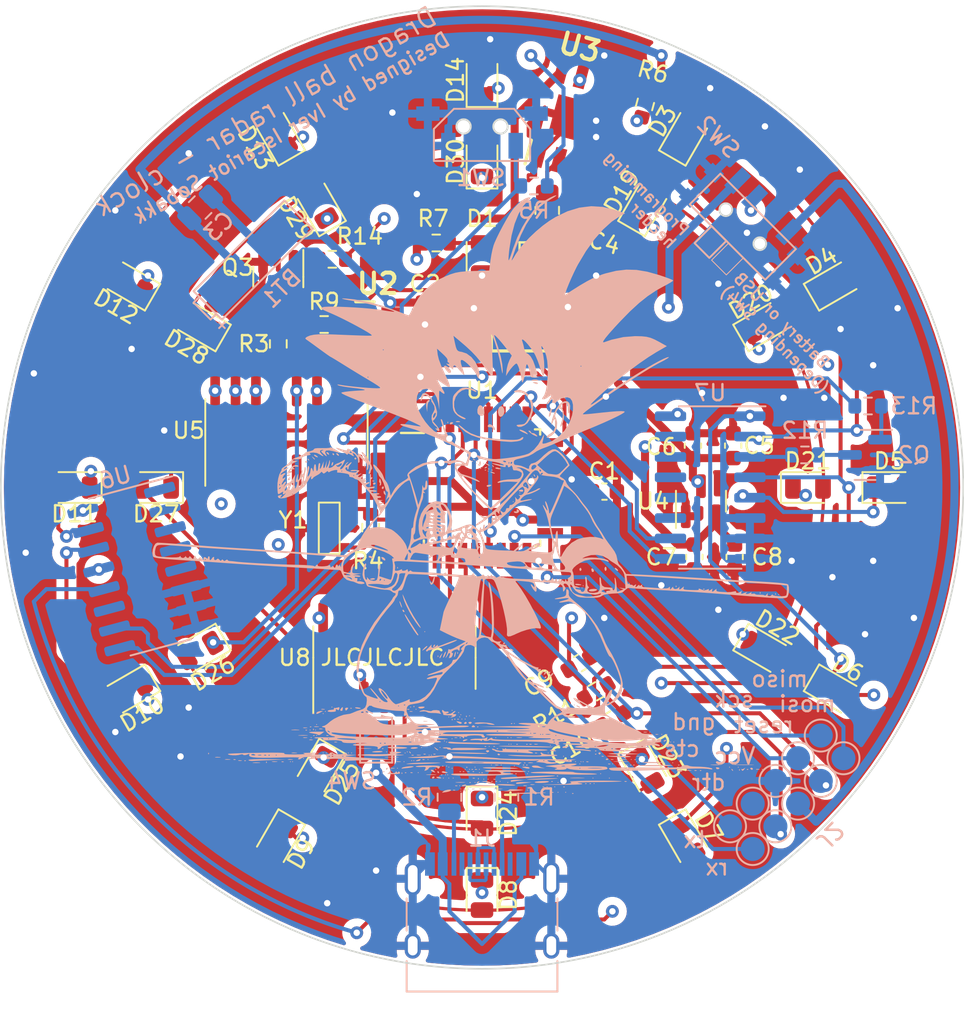
<source format=kicad_pcb>
(kicad_pcb (version 20221018) (generator pcbnew)
  (layers (0 "F.Cu" signal) (1 "In1.Cu" signal) (2 "In2.Cu" signal) (31 "B.Cu" signal) (34 "B.Paste" user) (35 "F.Paste" user) (36 "B.SilkS" user "B.Silkscreen") (37 "F.SilkS" user "F.Silkscreen") (38 "B.Mask" user) (39 "F.Mask" user) (44 "Edge.Cuts" user))
  (net 0 "")
  (net 1 "BAT+")
  (net 2 "-BATT")
  (net 3 "GND")
  (net 4 "Net-(U1-AREF)")
  (net 5 "Net-(U2-VCC)")
  (net 6 "5V")
  (net 7 "VCC")
  (net 8 "DTR")
  (net 9 "RESET")
  (net 10 "Net-(D1-K)")
  (net 11 "Net-(D1-A)")
  (net 13 "VCC_bat")
  (net 14 "Net-(D11-K)")
  (net 15 "Net-(D3-A)")
  (net 16 "Net-(D12-K)")
  (net 17 "Net-(D13-K)")
  (net 18 "Net-(D10-K)")
  (net 19 "Net-(D10-A)")
  (net 20 "Net-(D11-A)")
  (net 21 "Net-(D19-K)")
  (net 22 "Net-(D19-A)")
  (net 23 "Net-(D20-K)")
  (net 24 "Net-(D21-K)")
  (net 25 "Net-(D22-K)")
  (net 26 "Net-(D23-A)")
  (net 27 "Net-(D27-A)")
  (net 28 "Net-(J1-CC1)")
  (net 29 "D+")
  (net 30 "D-")
  (net 32 "Net-(J1-CC2)")
  (net 34 "RX")
  (net 35 "TX")
  (net 36 "CTS")
  (net 37 "VCC_prog")
  (net 38 "SCK")
  (net 39 "MOSI")
  (net 40 "MISO")
  (net 41 "Net-(Q1-D12_1)")
  (net 42 "Net-(Q1-G1)")
  (net 43 "Net-(Q1-G2)")
  (net 44 "Net-(Q2-B)")
  (net 45 "Net-(Q2-C)")
  (net 46 "Net-(Q3-B)")
  (net 47 "Net-(Q3-C)")
  (net 48 "Net-(U5-X)")
  (net 49 "Net-(U1-XTAL1{slash}PB6)")
  (net 50 "Net-(U1-XTAL2{slash}PB7)")
  (net 51 "BUT_3")
  (net 52 "Net-(U2-CS)")
  (net 53 "Net-(U3-PROG2)")
  (net 54 "Net-(U7-Y)")
  (net 55 "LED_PWM")
  (net 58 "G")
  (net 59 "H")
  (net 64 "A")
  (net 65 "B")
  (net 66 "C")
  (net 67 "D")
  (net 68 "E")
  (net 69 "F")
  (footprint "LED_SMD:LED_0805_2012Metric" (layer "F.Cu") (at 84.002364 116.84 150)
    (fp_text reference "D28")
    (fp_text value "LED")
  )
  (footprint "Capacitor_SMD:C_0603_1608Metric" (layer "F.Cu") (at 107.696 137.940236 30)
    (fp_text reference "C9")
    (fp_text value "0.1uF")
  )
  (footprint "TP4056:SOIC127P600X175-9N" (layer "F.Cu") (at 107.696 104.14 75)
    (fp_text reference "U3")
    (fp_text value "TP4056" hide)
  )
  (footprint "Resistor_SMD:R_0603_1608Metric" (layer "F.Cu") (at 94.658224 129.497989 -90)
    (fp_text reference "R4")
    (fp_text value "1M")
  )
  (footprint "LED_SMD:LED_0805_2012Metric" (layer "F.Cu") (at 76.2 127 180)
    (fp_text reference "D11")
    (fp_text value "LED")
  )
  (footprint "LED_SMD:LED_0805_2012Metric" (layer "F.Cu") (at 79.602955 114.3 150)
    (fp_text reference "D12")
    (fp_text value "LED")
  )
  (footprint "LED_SMD:LED_0805_2012Metric" (layer "F.Cu") (at 111.76 144.597636 -60)
    (fp_text reference "D23")
    (fp_text value "LED")
  )
  (footprint "LED_SMD:LED_0805_2012Metric" (layer "F.Cu") (at 84.002364 137.16 -150)
    (fp_text reference "D26")
    (fp_text value "LED")
  )
  (footprint "LED_SMD:LED_0805_2012Metric" (layer "F.Cu") (at 111.76 109.402364 60)
    (fp_text reference "D19")
    (fp_text value "LED")
  )
  (footprint "Capacitor_SMD:C_0603_1608Metric" (layer "F.Cu") (at 108.003415 109.968593 -105)
    (fp_text reference "C4")
    (fp_text value "100nF")
  )
  (footprint "LED_SMD:LED_0805_2012Metric" (layer "F.Cu") (at 101.6 152.4 -90)
    (fp_text reference "D8")
    (fp_text value "LED")
  )
  (footprint "LED_SMD:LED_0805_2012Metric" (layer "F.Cu") (at 101.6 101.6 90)
    (fp_text reference "D14")
    (fp_text value "LED")
  )
  (footprint "LED_SMD:LED_0805_2012Metric" (layer "F.Cu") (at 91.44 144.597636 -120)
    (fp_text reference "D25")
    (fp_text value "LED")
  )
  (footprint "fish_watch:3213 crystal" (layer "F.Cu") (at 92.075 129.54 90)
    (fp_text reference "Y1")
    (fp_text value "Crystal_GND3_Small")
  )
  (footprint "LED_SMD:LED_0805_2012Metric" (layer "F.Cu") (at 79.602955 139.7 -150)
    (fp_text reference "D10")
    (fp_text value "LED")
  )
  (footprint "Resistor_SMD:R_0603_1608Metric" (layer "F.Cu") (at 108.712 139.7 30)
    (fp_text reference "R11")
    (fp_text value "10K")
  )
  (footprint "Package_QFP:TQFP-32_7x7mm_P0.8mm" (layer "F.Cu") (at 101.6 127)
    (fp_text reference "U1")
    (fp_text value "ATmega328PB-A")
  )
  (footprint "Capacitor_SMD:C_0603_1608Metric" (layer "F.Cu") (at 114.838 131.331 90)
    (fp_text reference "C7")
    (fp_text value "0.1uF")
  )
  (footprint "LED_SMD:LED_0805_2012Metric" (layer "F.Cu") (at 123.597045 114.3 30)
    (fp_text reference "D4")
    (fp_text value "LED")
  )
  (footprint "LED_SMD:LED_0805_2012Metric" (layer "F.Cu") (at 88.9 105.002955 120)
    (fp_text reference "D13")
    (fp_text value "LED")
  )
  (footprint "Package_TO_SOT_SMD:SOT-23" (layer "F.Cu") (at 115.25 127.8535 90)
    (fp_text reference "U4")
    (fp_text value "XC6206PxxxMR")
  )
  (footprint "Package_SO:SOIC-16_3.9x9.9mm_P1.27mm" (layer "F.Cu") (at 96.139 137.603 90)
    (fp_text reference "U8")
    (fp_text value "4052")
  )
  (footprint "Resistor_SMD:R_0603_1608Metric" (layer "F.Cu") (at 92.265 112.776)
    (fp_text reference "R14")
    (fp_text value "1K")
  )
  (footprint "DW01A:SOT95P190X145-6N" (layer "F.Cu") (at 95.102 117.023)
    (fp_text reference "U2")
    (fp_text value "DW01A-G" hide)
  )
  (footprint "LED_SMD:LED_0805_2012Metric" (layer "F.Cu") (at 114.3 105.002955 60)
    (fp_text reference "D3")
    (fp_text value "LED")
  )
  (footprint "Package_SO:SOIC-16_3.9x9.9mm_P1.27mm" (layer "F.Cu") (at 89.408 123.444 90)
    (fp_text reference "U5")
    (fp_text value "4052")
  )
  (footprint "LED_SMD:LED_0805_2012Metric" (layer "F.Cu") (at 119.197636 137.16 -30)
    (fp_text reference "D22")
    (fp_text value "LED")
  )
  (footprint "Capacitor_SMD:C_0603_1608Metric" (layer "F.Cu") (at 109.233 127.254 180)
    (fp_text reference "C1")
    (fp_text value "0.1uF")
  )
  (footprint "LED_SMD:LED_0805_2012Metric" (layer "F.Cu") (at 91.44 109.402364 120)
    (fp_text reference "D29")
    (fp_text value "LED")
  )
  (footprint "FS8205A:SOP65P640X120-8N" (layer "F.Cu") (at 104.03 117.023)
    (fp_text reference "Q1")
    (fp_text value "FS8205A" hide)
  )
  (footprint "Resistor_SMD:R_0603_1608Metric" (layer "F.Cu") (at 91.757 116.84)
    (fp_text reference "R9")
    (fp_text value "1k")
  )
  (footprint "LED_SMD:LED_0805_2012Metric" (layer "F.Cu") (at 119.197636 116.84 30)
    (fp_text reference "D20")
    (fp_text value "LED")
  )
  (footprint "Capacitor_SMD:C_0603_1608Metric" (layer "F.Cu") (at 97.934 116.248 90)
    (fp_text reference "C2")
    (fp_text value "100nF")
  )
  (footprint "Capacitor_SMD:C_0603_1608Metric" (layer "F.Cu") (at 117.256112 124.392346 -90)
    (fp_text reference "C5")
    (fp_text value "0.1uF")
  )
  (footprint "LED_SMD:LED_0805_2012Metric" (layer "F.Cu") (at 101.6 112.6975 90)
    (fp_text reference "D1")
    (fp_text value "LED")
  )
  (footprint "Capacitor_SMD:C_0603_1608Metric" (layer "F.Cu") (at 109.728 141.459764 30)
    (fp_text reference "C10")
    (fp_text value "0.1uF")
  )
  (footprint "LED_SMD:LED_0805_2012Metric" (layer "F.Cu") (at 101.6 147.32 -90)
    (fp_text reference "D24")
    (fp_text value "LED")
  )
  (footprint "Capacitor_SMD:C_0603_1608Metric" (layer "F.Cu") (at 114.746112 124.392346 -90)
    (fp_text reference "C6")
    (fp_text value "1uF")
  )
  (footprint "LED_SMD:LED_0805_2012Metric" (layer "F.Cu") (at 88.9 148.997045 -120)
    (fp_text reference "D9")
    (fp_text value "LED")
  )
  (footprint "LED_SMD:LED_0805_2012Metric" (layer "F.Cu") (at 101.6 106.68 90)
    (fp_text reference "D30")
    (fp_text value "LED")
  )
  (footprint "Resistor_SMD:R_0603_1608Metric" (layer "F.Cu") (at 88.9 118.047 90)
    (fp_text reference "R3")
    (fp_text value "100")
  )
  (footprint "LED_SMD:LED_0805_2012Metric" (layer "F.Cu") (at 121.92 127)
    (fp_text reference "D21")
    (fp_text value "LED")
  )
  (footprint "LED_SMD:LED_0805_2012Metric" (layer "F.Cu") (at 127 127)
    (fp_text reference "D5")
    (fp_text value "LED")
  )
  (footprint "Capacitor_SMD:C_0603_1608Metric" (layer "F.Cu") (at 117.348 131.331 90)
    (fp_text reference "C8")
    (fp_text value "1uF")
  )
  (footprint "transistorer:MMBT2222A" (layer "F.Cu") (at 88.9 113.8705 -90)
    (fp_text reference "Q3")
    (fp_text value "PN2222A")
  )
  (footprint "LED_SMD:LED_0805_2012Metric" (layer "F.Cu") (at 81.28 127 180)
    (fp_text reference "D27")
    (fp_text value "LED")
  )
  (footprint "Resistor_SMD:R_0603_1608Metric" (layer "F.Cu") (at 111.76 103.124 75)
    (fp_text reference "R6")
    (fp_text value "100")
  )
  (footprint "LED_SMD:LED_0805_2012Metric" (layer "F.Cu") (at 123.597045 139.7 -30)
    (fp_text reference "D6")
    (fp_text value "LED")
  )
  (footprint "LED_SMD:LED_0805_2012Metric" (layer "F.Cu") (at 114.3 148.997045 -60)
    (fp_text reference "D7")
    (fp_text value "LED")
  )
  (footprint "Resistor_SMD:R_0805_2012Metric_Pad1.20x1.40mm_HandSolder" (layer "F.Cu") (at 105.664 109.728 90)
    (fp_text reference "R10")
    (fp_text value "1k")
  )
  (footprint "Resistor_SMD:R_0603_1608Metric" (layer "F.Cu") (at 98.743 111.76)
    (fp_text reference "R7")
    (fp_text value "1k")
  )
  (footprint "fish_watch:MSK-12C02" (layer "B.Cu") (at 117.856 110.744 -45)
    (fp_text reference "SW2")
    (fp_text value "SW_SPDT")
    (fp_circle (center -1.5 0) (end -1.1 0) (stroke (width 0.12)) (fill none) (layer "Edge.Cuts"))
    (fp_circle (center 1.5 0) (end 1.9 0) (stroke (width 0.12)) (fill none) (layer "Edge.Cuts"))
  )
  (footprint "Resistor_SMD:R_0603_1608Metric" (layer "B.Cu") (at 121.729 124.968)
    (fp_text reference "R12")
    (fp_text value "100")
  )
  (footprint "Connector_USB:USB_C_Receptacle_HRO_TYPE-C-31-M-12" (layer "B.Cu") (at 101.6 154.514 180)
    (fp_text reference "J1")
    (fp_text value "USB_C_Receptacle")
  )
  (footprint "fish_watch:battery pad" (layer "B.Cu") (at 87.33134 112.82066 45)
    (fp_text reference "BT1")
    (fp_text value "Battery_Cell")
  )
  (footprint "Package_SO:SOIC-16_3.9x9.9mm_P1.27mm" (layer "B.Cu") (at 80.264 132.08 -165)
    (fp_text reference "U6")
    (fp_text value "4052")
  )
  (footprint "fish_watch:side button" (layer "B.Cu") (at 101.6 104.648)
    (fp_text reference "SW1")
    (fp_text value "SW_Push")
    (fp_circle (center -1.15 -0.15) (end -0.7 -0.15) (stroke (width 0.12)) (fill none) (layer "Edge.Cuts"))
    (fp_circle (center 1.15 -0.15) (end 1.6 -0.15) (stroke (width 0.12)) (fill none) (layer "Edge.Cuts"))
  )
  (footprint "Jumper:SolderJumper-2_P1.3mm_Open_TrianglePad1.0x1.5mm" (layer "B.Cu") (at 94.996 142.748 90)
    (fp_text reference "SW4")
    (fp_text value "SW_MEC_5G")
  )
  (footprint "Resistor_SMD:R_0805_2012Metric" (layer "B.Cu") (at 103.124 146.304 -90)
    (fp_text reference "R1")
    (fp_text value "5.1K")
  )
  (footprint "Capacitor_SMD:C_0805_2012Metric" (layer "B.Cu") (at 84.026308 109.549373 45)
    (fp_text reference "C3")
    (fp_text value "10uF")
  )
  (footprint "Resistor_SMD:R_0603_1608Metric" (layer "B.Cu") (at 104.839 108.204 180)
    (fp_text reference "R5")
    (fp_text value "2K")
  )
  (footprint "transistorer:MMBT2222A" (layer "B.Cu") (at 125.476 124.968 180)
    (fp_text reference "Q2")
    (fp_text value "PN2222A")
  )
  (footprint "Resistor_SMD:R_0805_2012Metric" (layer "B.Cu") (at 99.568 146.304 -90)
    (fp_text reference "R2")
    (fp_text value "5.1K")
  )
  (footprint "LOGO" (layer "B.Cu") (at 100.584 127.508 180)
    (fp_text reference "G***" hide)
    (fp_text value "LOGO" hide)
  )
  (footprint "Resistor_SMD:R_0603_1608Metric" (layer "B.Cu") (at 125.667 121.92 180)
    (fp_text reference "R13")
    (fp_text value "1K")
  )
  (footprint "Package_SO:SOIC-16_3.9x9.9mm_P1.27mm" (layer "B.Cu") (at 115.824 127 180)
    (fp_text reference "U7")
    (fp_text value "4052")
  )
  (footprint "fish_watch:solder-pad-10-2mm" (layer "B.Cu") (at 120.595107 145.995107 45)
    (fp_text reference "J2")
    (fp_text value "Conn_01x10_Female")
  )
  (gr_circle (center 101.6 127) (end 131.6 127) (stroke (width 0.1)) (fill none) (layer "Edge.Cuts"))
  (gr_text "tx" (at 115.640545 149.541138) (layer "B.SilkS") (effects (font (size 1 1)) (justify left bottom mirror)))
  (gr_text "sck" (at 118.639688 140.787391) (layer "B.SilkS") (effects (font (size 1 1)) (justify left bottom mirror)))
  (gr_text "dtr" (at 116.877692 145.960912) (layer "B.SilkS") (effects (font (size 1 1)) (justify left bottom mirror)))
  (gr_text "Dragon ball radar - clock" (at 99.06 98.044 30) (layer "B.SilkS") (effects (font (size 1.2 1.2)) (justify left bottom mirror)))
  (gr_text "gnd" (at 116.259118 142.193239) (layer "B.SilkS") (effects (font (size 1 1)) (justify left bottom mirror)))
  (gr_text "Programming\nheader" (at 113.284 112.268 315) (layer "B.SilkS") (effects (font (size 0.7 0.7) (thickness 0.125) bold) (justify left bottom mirror)))
  (gr_text "rx" (at 117.065138 151.2469) (layer "B.SilkS") (effects (font (size 1 1)) (justify left bottom mirror)))
  (gr_text "reset" (at 121.132725 142.380686) (layer "B.SilkS") (effects (font (size 1 1)) (justify left bottom mirror)))
  (gr_text "Battery or USB\n(Depending SW4)" (at 116.332 114.808 315) (layer "B.SilkS") (effects (font (size 0.7 0.7) (thickness 0.125) bold) (justify right bottom mirror)))
  (gr_text "cts" (at 115.265653 143.861512) (layer "B.SilkS") (effects (font (size 1 1)) (justify left bottom mirror)))
  (gr_text "mosi" (at 123.73823 141.068561) (layer "B.SilkS") (effects (font (size 1 1)) (justify left bottom mirror)))
  (gr_text "miso\n" (at 122.013723 139.512756) (layer "B.SilkS") (effects (font (size 1 1)) (justify left bottom mirror)))
  (gr_text "Designed by Iver Iscariot Søbakk" (at 99.822 99.363823 30) (layer "B.SilkS") (effects (font (size 0.9 0.9)) (justify left bottom mirror)))
  (gr_text "Vcc" (at 118.733411 144.311384) (layer "B.SilkS") (effects (font (size 1 1)) (justify left bottom mirror)))
  (gr_text "JLCJLCJLC" (at 91.44 138.176) (layer "F.SilkS") (effects (font (size 1 1)) (justify left bottom)))
  (segment (start 114.746112 125.167346) (end 114.746112 126.412112) (width 0.5) (layer "F.Cu") (net 1))
  (segment (start 111.659874 102.013459) (end 111.973526 102.327111) (width 0.5) (layer "F.Cu") (net 1))
  (segment (start 112.776 101.524637) (end 112.776 100.076) (width 0.5) (layer "F.Cu") (net 1))
  (segment (start 110.238006 102.013459) (end 111.659874 102.013459) (width 0.5) (layer "F.Cu") (net 1))
  (segment (start 111.973526 102.327111) (end 112.776 101.524637) (width 0.5) (layer "F.Cu") (net 1))
  (segment (start 111.973526 102.327111) (end 112.516041 102.869626) (width 0.5) (layer "F.Cu") (net 1))
  (segment (start 117.256112 125.167346) (end 114.746112 125.167346) (width 0.5) (layer "F.Cu") (net 1))
  (segment (start 114.746112 126.412112) (end 115.25 126.916) (width 0.5) (layer "F.Cu") (net 1))
  (segment (start 112.516041 104.907959) (end 110.077852 107.346148) (width 0.5) (layer "F.Cu") (net 1))
  (segment (start 110.077852 107.346148) (end 110.077852 120.499086) (width 0.5) (layer "F.Cu") (net 1))
  (segment (start 110.077852 120.499086) (end 114.746112 125.167346) (width 0.5) (layer "F.Cu") (net 1))
  (segment (start 112.516041 102.869626) (end 112.516041 104.907959) (width 0.5) (layer "F.Cu") (net 1))
  (via (at 112.776 100.076) (size 0.8) (drill 0.4) (layers "F.Cu" "B.Cu") (net 1))
  (via (at 98.044 142.24) (size 0.8) (drill 0.4) (layers "F.Cu" "B.Cu") (net 1))
  (via (at 115.044652 126.628853) (size 0.8) (drill 0.4) (layers "F.Cu" "B.Cu") (net 1))
  (segment (start 94.996 142.023) (end 97.827 142.023) (width 0.5) (layer "B.Cu") (net 1))
  (segment (start 97.827 142.023) (end 98.044 142.24) (width 0.5) (layer "B.Cu") (net 1))
  (segment (start 80.308509 107.188) (end 84.167745 111.047236) (width 0.5) (layer "B.Cu") (net 1))
  (segment (start 80.264 107.188) (end 80.308509 107.188) (width 0.25) (layer "B.Cu") (net 1))
  (segment (start 84.167745 111.047236) (end 86.27068 113.150171) (width 0.5) (layer "B.Cu") (net 1))
  (segment (start 86.27068 113.150171) (end 86.27068 113.88132) (width 0.25) (layer "B.Cu") (net 1))
  (arc (start 80.238036 107.163891) (mid 95.395323 98.516554) (end 112.776 100.076001) (width 0.5) (layer "B.Cu") (net 1))
  (segment (start 101.092 117.348) (end 100.584 117.348) (width 0.25) (layer "F.Cu") (net 2))
  (segment (start 101.092 116.84) (end 101.092 116.698) (width 0.25) (layer "F.Cu") (net 2))
  (segment (start 98.552 115.473) (end 98.709 115.473) (width 0.4) (layer "F.Cu") (net 2))
  (segment (start 101.092 117.348) (end 101.6 117.348) (width 0.25) (layer "F.Cu") (net 2))
  (segment (start 100.584 117.206) (end 101.092 116.698) (width 0.25) (layer "F.Cu") (net 2))
  (segment (start 98.709 115.473) (end 99.934 116.698) (width 0.4) (layer "F.Cu") (net 2))
  (segment (start 98.552 115.473) (end 97.934 115.473) (width 0.4) (layer "F.Cu") (net 2))
  (segment (start 95.871861 115.481438) (end 95.871861 116.042861) (width 0.5) (layer "F.Cu") (net 2))
  (segment (start 95.871861 115.481438) (end 96.493562 115.481438) (width 0.5) (layer "F.Cu") (net 2))
  (segment (start 101.6 117.348) (end 101.092 116.84) (width 0.25) (layer "F.Cu") (net 2))
  (segment (start 100.584 117.348) (end 100.584 117.206) (width 0.25) (layer "F.Cu") (net 2))
  (segment (start 95.871861 115.481438) (end 95.902 115.511577) (width 0.5) (layer "F.Cu") (net 2))
  (segment (start 96.502 115.473) (end 97.934 115.473) (width 0.5) (layer "F.Cu") (net 2))
  (segment (start 99.934 116.698) (end 101.092 116.698) (width 0.4) (layer "F.Cu") (net 2))
  (segment (start 95.871861 116.042861) (end 95.902 116.073) (width 0.5) (layer "F.Cu") (net 2))
  (segment (start 101.092 117.348) (end 101.092 116.698) (width 0.25) (layer "F.Cu") (net 2))
  (segment (start 96.493562 115.481438) (end 96.502 115.473) (width 0.5) (layer "F.Cu") (net 2))
  (segment (start 95.902 115.511577) (end 95.902 116.073) (width 0.5) (layer "F.Cu") (net 2))
  (via (at 95.871861 115.481438) (size 0.8) (drill 0.4) (layers "F.Cu" "B.Cu") (net 2))
  (segment (start 91.682351 111.291928) (end 88.868942 111.291928) (width 0.5) (layer "B.Cu") (net 2))
  (segment (start 95.871861 115.481438) (end 91.682351 111.291928) (width 0.5) (layer "B.Cu") (net 2))
  (segment (start 84.863761 109.056249) (end 85.693756 109.886244) (width 0.5) (layer "B.Cu") (net 2))
  (segment (start 84.491751 109.056249) (end 84.863761 109.056249) (width 0.5) (layer "B.Cu") (net 2))
  (segment (start 85.693756 109.886244) (end 87.567513 111.76) (width 0.5) (layer "B.Cu") (net 2))
  (segment (start 87.567513 111.76) (end 88.392 111.76) (width 0.25) (layer "B.Cu") (net 2))
  (segment (start 111.701594 122.936) (end 110.236 122.936) (width 0.25) (layer "F.Cu") (net 3))
  (segment (start 96.205631 127.4) (end 96.202706 127.397075) (width 0.25) (layer "F.Cu") (net 3))
  (segment (start 114.3 127.508) (end 113.284 126.492) (width 0.25) (layer "F.Cu") (net 3))
  (segment (start 105.664 116.84) (end 105.664 117.348) (width 0.25) (layer "F.Cu") (net 3))
  (segment (start 108.57 116.698) (end 108.712 116.84) (width 0.25) (layer "F.Cu") (net 3))
  (segment (start 107.80283 110.717186) (end 107.80283 110.34283) (width 0.25) (layer "F.Cu") (net 3))
  (segment (start 112.238797 123.473203) (end 111.701594 122.936) (width 0.25) (layer "F.Cu") (net 3))
  (segment (start 108.204 117.348) (end 106.968 117.348) (width 0.25) (layer "F.Cu") (net 3))
  (segment (start 113.284 125.984) (end 113.284 124.518406) (width 0.25) (layer "F.Cu") (net 3))
  (segment (start 112.209594 123.444) (end 111.252 123.444) (width 0.25) (layer "F.Cu") (net 3))
  (segment (start 107.80283 110.34283) (end 106.81872 109.35872) (width 0.25) (layer "F.Cu") (net 3))
  (segment (start 112.238797 123.473203) (end 112.209594 123.444) (width 0.25) (layer "F.Cu") (net 3))
  (segment (start 107.607446 106.923941) (end 107.607446 104.228554) (width 0.25) (layer "F.Cu") (net 3))
  (segment (start 105.664 117.348) (end 106.968 117.348) (width 0.25) (layer "F.Cu") (net 3))
  (segment (start 117.256112 123.617346) (end 115.997346 123.617346) (width 0.25) (layer "F.Cu") (net 3))
  (segment (start 107.306785 126.492) (end 107.273686 126.525099) (width 0.25) (layer "F.Cu") (net 3))
  (segment (start 115.997346 123.617346) (end 115.824 123.444) (width 0.25) (layer "F.Cu") (net 3))
  (segment (start 115.650654 123.617346) (end 115.824 123.444) (width 0.25) (layer "F.Cu") (net 3))
  (segment (start 96.086971 125.8) (end 96.078138 125.808833) (width 0.25) (layer "F.Cu") (net 3))
  (segment (start 114.746112 123.617346) (end 115.650654 123.617346) (width 0.25) (layer "F.Cu") (net 3))
  (segment (start 97.35 125.8) (end 97.225 125.8) (width 0.25) (layer "F.Cu") (net 3))
  (segment (start 115.824 123.444) (end 115.824 121.616613) (width 0.25) (layer "F.Cu") (net 3))
  (segment (start 106.968 116.698) (end 108.57 116.698) (width 0.25) (layer "F.Cu") (net 3))
  (segment (start 107.607446 104.228554) (end 107.696 104.14) (width 0.25) (layer "F.Cu") (net 3))
  (segment (start 115.824 121.616613) (end 115.315999 121.108612) (width 0.25) (layer "F.Cu") (net 3))
  (segment (start 105.664 110.728) (end 105.664 110.51344) (width 0.25) (layer "F.Cu") (net 3))
  (segment (start 114.3 128.791) (end 114.3 127.508) (width 0.25) (layer "F.Cu") (net 3))
  (segment (start 97.225 125.8) (end 97.155 125.73) (width 0.25) (layer "F.Cu") (net 3))
  (segment (start 97.35 125.8) (end 96.086971 125.8) (width 0.25) (layer "F.Cu") (net 3))
  (segment (start 113.284 124.518406) (end 112.238797 123.473203) (width 0.25) (layer "F.Cu") (net 3))
  (segment (start 106.81872 109.35872) (end 107.607446 108.569994) (width 0.25) (layer "F.Cu") (net 3))
  (segment (start 107.280535 104.14) (end 107.696 104.14) (width 0.25) (layer "F.Cu") (net 3))
  (segment (start 107.607446 108.569994) (end 107.607446 106.923941) (width 0.25) (layer "F.Cu") (net 3))
  (segment (start 106.968 116.698) (end 105.806 116.698) (width 0.25) (layer "F.Cu") (net 3))
  (segment (start 107.188 126.492) (end 107.306785 126.492) (width 0.25) (layer "F.Cu") (net 3))
  (segment (start 105.664 110.51344) (end 106.81872 109.35872) (width 0.25) (layer "F.Cu") (net 3))
  (segment (start 105.153994 106.266541) (end 107.280535 104.14) (width 0.25) (layer "F.Cu") (net 3))
  (segment (start 108.712 116.84) (end 108.204 117.348) (width 0.25) (layer "F.Cu") (net 3))
  (segment (start 107.198785 126.6) (end 107.188 126.610785) (width 0.25) (layer "F.Cu") (net 3))
  (segment (start 113.284 126.492) (end 113.284 125.984) (width 0.25) (layer "F.Cu") (net 3))
  (segment (start 105.85 126.6) (end 104.59252 126.6) (width 0.25) (layer "F.Cu") (net 3))
  (segment (start 104.59252 126.6) (end 104.470906 126.478386) (width 0.25) (layer "F.Cu") (net 3))
  (segment (start 97.35 127.4) (end 96.205631 127.4) (width 0.25) (layer "F.Cu") (net 3))
  (segment (start 107.188 126.610785) (end 107.188 126.492) (width 0.25) (layer "F.Cu") (net 3))
  (segment (start 105.806 116.698) (end 105.664 116.84) (width 0.25) (layer "F.Cu") (net 3))
  (segment (start 105.85 126.6) (end 107.198785 126.6) (width 0.25) (layer "F.Cu") (net 3))
  (via (at 128.524 135.128) (size 0.8) (drill 0.4) (layers "F.Cu" "B.Cu") (net 3))
  (via (at 112.776 133.096) (size 0.8) (drill 0.4) (layers "F.Cu" "B.Cu") (net 3))
  (via (at 123.951749 117.122364) (size 0.8) (drill 0.4) (layers "F.Cu" "B.Cu") (net 3))
  (via (at 73.66 119.888) (size 0.8) (drill 0.4) (layers "F.Cu" "B.Cu") (net 3))
  (via (at 122.936 121.412) (size 0.8) (drill 0.4) (layers "F.Cu" "B.Cu") (net 3))
  (via (at 115.824 102.108) (size 0.8) (drill 0.4) (layers "F.Cu" "B.Cu") (net 3))
  (via (at 104.668372 126.61291) (size 0.8) (drill 0.4) (layers "F.Cu" "B.Cu") (net 3))
  (via (at 109.322312 121.333159) (size 0.8) (drill 0.4) (layers "F.Cu" "B.Cu") (net 3))
  (via (at 79.756 118.364) (size 0.8) (drill 0.4) (layers "F.Cu" "B.Cu") (net 3))
  (via (at 91.948 152.908) (size 0.8) (drill 0.4) (layers "F.Cu" "B.Cu") (net 3))
  (via (at 119.236942 104.492107) (size 0.8) (drill 0.4) (layers "F.Cu" "B.Cu") (net 3))
  (via (at 97.536 108.712) (size 0.8) (drill 0.4) (layers "F.Cu" "B.Cu") (net 3))
  (via (at 78.74 109.728) (size 0.8) (drill 0.4) (layers "F.Cu" "B.Cu") (net 3))
  (via (at 81.788 123.444) (size 0.8) (drill 0.4) (layers "F.Cu" "B.Cu") (net 3))
  (via (at 120.396 121.412) (size 0.8) (drill 0.4) (layers "F.Cu" "B.Cu") (net 3))
  (via (at 108.712 113.792) (size 0.8) (drill 0.4) (layers "F.Cu" "B.Cu") (net 3))
  (via (at 108.712 105.156) (size 0.8) (drill 0.4) (layers "F.Cu" "B.Cu") (net 3))
  (via (at 107.188 126.492) (size 0.8) (drill 0.4) (layers "F.Cu" "B.Cu") (net 3))
  (via (at 127.508 115.824) (size 0.8) (drill 0.4) (layers "F.Cu" "B.Cu") (net 3))
  (via (at 99.568 143.764) (size 0.8) (drill 0.4) (layers "F.Cu" "B.Cu") (net 3))
  (via (at 120.904 131.572) (size 0.8) (drill 0.4) (layers "F.Cu" "B.Cu") (net 3))
  (via (at 106.68 145.288) (size 0.8) (drill 0.4) (layers "F.Cu" "B.Cu") (net 3))
  (via (at 83.312 106.172) (size 0.8) (drill 0.4) (layers "F.Cu" "B.Cu") (net 3))
  (via (at 94.996 150.876) (size 0.8) (drill 0.4) (layers "F.Cu" "B.Cu") (net 3))
  (via (at 108.712 104.14) (size 0.8) (drill 0.4) (layers "F.Cu" "B.Cu") (net 3))
  (via (at 121.412 107.188) (size 0.8) (drill 0.4) (layers "F.Cu" "B.Cu") (net 3))
  (via (at 73.152 131.064) (size 0.8) (drill 0.4) (layers "F.Cu" "B.Cu") (net 3))
  (via (at 83.312 140.716) (size 0.8) (drill 0.4) (layers "F.Cu" "B.Cu") (net 3))
  (via (at 82.804 143.764) (size 0.8) (drill 0.4) (layers "F.Cu" "B.Cu") (net 3))
  (via (at 109.22 135.128) (size 0.8) (drill 0.4) (layers "F.Cu" "B.Cu") (net 3))
  (via (at 96.012 103.632) (size 0.8) (drill 0.4) (layers "F.Cu" "B.Cu") (net 3))
  (via (at 102.108 99.06) (size 0.8) (drill 0.4) (layers "F.Cu" "B.Cu") (net 3))
  (via (at 125.984 119.38) (size 0.8) (drill 0.4) (layers "F.Cu" "B.Cu") (net 3))
  (via (at 118.114205 111.12489) (size 0.8) (drill 0.4) (layers "F.Cu" "B.Cu") (net 3))
  (via (at 125.984 131.572) (size 0.8) (drill 0.4) (layers "F.Cu" "B.Cu") (net 3))
  (via (at 125.476 136.144) (size 0.8) (drill 0.4) (layers "F.Cu" "B.Cu") (net 3))
  (via (at 123.444 132.588) (size 0.8) (drill 0.4) (layers "F.Cu" "B.Cu") (net 3))
  (via (at 109.22 100.076) (size 0.8) (drill 0.4) (layers "F.Cu" "B.Cu") (net 3))
  (via (at 115.315999 121.108612) (size 0.8) (drill 0.4) (layers "F.Cu" "B.Cu") (net 3))
  (via (at 116.332 134.62) (size 0.8) (drill 0.4) (layers "F.Cu" "B.Cu") (net 3))
  (via (at 78.74 142.24) (size 0.8) (drill 0.4) (layers "F.Cu" "B.Cu") (net 3))
  (via (at 116.332 114.3) (size 0.8) (drill 0.4) (layers "F.Cu" "B.Cu") (net 3))
  (segment (start 98.195 150.469) (end 97.28 151.384) (width 0.25) (layer "B.Cu") (net 3))
  (segment (start 105.005 150.469) (end 105.92 151.384) (width 0.25) (layer "B.Cu") (net 3))
  (segment (start 104.85 150.469) (end 105.005 150.469) (width 0.25) (layer "B.Cu") (net 3))
  (segment (start 98.35 150.469) (end 98.195 150.469) (width 0.25) (layer "B.Cu") (net 3))
  (segment (start 108.585 127.14) (end 108.325 127.4) (width 0.25) (layer "F.Cu") (net 4))
  (segment (start 108.325 127.4) (end 105.85 127.4) (width 0.25) (layer "F.Cu") (net 4))
  (segment (start 97.934 117.023) (end 95.902 117.023) (width 0.25) (layer "F.Cu") (net 5))
  (via (at 111.252 104.14) (size 0.8) (drill 0.4) (layers "F.Cu" "B.Cu") (net 5))
  (via (at 98.044 116.84) (size 0.8) (drill 0.4) (layers "F.Cu" "B.Cu") (net 5))
  (segment (start 108.834171 108.589829) (end 108.204 109.22) (width 0.5) (layer "F.Cu") (net 6))
  (segment (start 109.22 108.975658) (end 108.834171 108.589829) (width 0.5) (layer "F.Cu") (net 6))
  (segment (start 105.156 112.776) (end 108.204 112.776) (width 0.5) (layer "F.Cu") (net 6))
  (segment (start 103.632 103.953188) (end 106.557829 101.027359) (width 0.5) (layer "F.Cu") (net 6))
  (segment (start 99.06 110.236) (end 103.124 110.236) (width 0.5) (layer "F.Cu") (net 6))
  (segment (start 97.536 111.76) (end 99.06 110.236) (width 0.5) (layer "F.Cu") (net 6))
  (segment (start 103.632 109.728) (end 103.632 103.953188) (width 0.5) (layer "F.Cu") (net 6))
  (segment (start 97.536 112.776) (end 97.536 112.142) (width 0.25) (layer "F.Cu") (net 6))
  (segment (start 109.22 111.76) (end 109.22 108.975658) (width 0.5) (layer "F.Cu") (net 6))
  (segment (start 97.536 112.142) (end 97.918 111.76) (width 0.25) (layer "F.Cu") (net 6))
  (segment (start 108.834171 107.252641) (end 108.834171 108.589829) (width 0.5) (layer "F.Cu") (net 6))
  (segment (start 97.536 112.776) (end 97.536 111.76) (width 0.5) (layer "F.Cu") (net 6))
  (segment (start 103.632 111.252) (end 105.156 112.776) (width 0.5) (layer "F.Cu") (net 6))
  (segment (start 103.124 110.236) (end 103.632 109.728) (width 0.5) (layer "F.Cu") (net 6))
  (segment (start 103.632 109.728) (end 103.632 111.252) (width 0.5) (layer "F.Cu") (net 6))
  (segment (start 108.204 112.776) (end 109.22 111.76) (width 0.5) (layer "F.Cu") (net 6))
  (via (at 97.536 112.776) (size 0.8) (drill 0.4) (layers "F.Cu" "B.Cu") (net 6))
  (via (at 94.996 144.78) (size 0.8) (drill 0.4) (layers "F.Cu" "B.Cu") (net 6))
  (segment (start 103.632 153.416) (end 103.632 151.782051) (width 0.25) (layer "B.Cu") (net 6))
  (segment (start 99.15 151.294) (end 99.568 151.712) (width 0.25) (layer "B.Cu") (net 6))
  (segment (start 99.568 151.712) (end 99.568 153.416) (width 0.25) (layer "B.Cu") (net 6))
  (segment (start 99.15 150.469) (end 99.15 151.294) (width 0.25) (layer "B.Cu") (net 6))
  (segment (start 101.6 155.448) (end 103.632 153.416) (width 0.25) (layer "B.Cu") (net 6))
  (segment (start 94.996 144.78) (end 94.996 143.473) (width 0.5) (layer "B.Cu") (net 6))
  (segment (start 104.05 151.364051) (end 104.05 150.469) (width 0.25) (layer "B.Cu") (net 6))
  (segment (start 99.568 153.416) (end 101.6 155.448) (width 0.25) (layer "B.Cu") (net 6))
  (segment (start 103.632 151.782051) (end 104.05 151.364051) (width 0.25) (layer "B.Cu") (net 6))
  (segment (start 99.15 150.469) (end 99.15 148.934) (width 0.5) (layer "B.Cu") (net 6))
  (segment (start 99.15 148.934) (end 94.996 144.78) (width 0.5) (layer "B.Cu") (net 6))
  (segment (start 104.172 129) (end 105.85 129) (width 0.5) (layer "F.Cu") (net 7))
  (segment (start 103.696 128.524) (end 104.172 129) (width 0.5) (layer "F.Cu") (net 7))
  (segment (start 94.234 140.078) (end 94.234 138.938) (width 0.25) (layer "F.Cu") (net 7))
  (segment (start 107.02483 138.327736) (end 107.188 138.164566) (width 0.25) (layer "F.Cu") (net 7))
  (segment (start 101.6 128.524) (end 103.696 128.524) (width 0.5) (layer "F.Cu") (net 7))
  (segment (start 94.234 138.938) (end 93.98 138.684) (width 0.25) (layer "F.Cu") (net 7))
  (segment (start 104.108 129) (end 104.14 129.032) (width 0.25) (layer "F.Cu") (net 7))
  (segment (start 104.14 129.032) (end 104.172 129) (width 0.25) (layer "F.Cu") (net 7))
  (segment (start 97.35 128.2) (end 101.276 128.2) (width 0.5) (layer "F.Cu") (net 7))
  (segment (start 97.35 126.6) (end 99.676 126.6) (width 0.5) (layer "F.Cu") (net 7))
  (segment (start 107.02483 138.327736) (end 107.02483 135.29117) (width 0.25) (layer "F.Cu") (net 7))
  (segment (start 107.997529 139.300435) (end 107.02483 138.327736) (width 0.25) (layer "F.Cu") (net 7))
  (segment (start 107.997529 140.1125) (end 107.997529 139.300435) (width 0.25) (layer "F.Cu") (net 7))
  (segment (start 99.676 126.6) (end 101.6 128.524) (width 0.5) (layer "F.Cu") (net 7))
  (segment (start 107.02483 135.29117) (end 107.188 135.128) (width 0.25) (layer "F.Cu") (net 7))
  (segment (start 101.276 128.2) (end 101.6 128.524) (width 0.25) (layer "F.Cu") (net 7))
  (via (at 76.722883 128.427037) (size 0.8) (drill 0.4) (layers "F.Cu" "B.Cu") (net 7))
  (via (at 107.188 135.128) (size 0.8) (drill 0.4) (layers "F.Cu" "B.Cu") (net 7))
  (via (at 113.792 122.428) (size 0.8) (drill 0.4) (layers "F.Cu" "B.Cu") (net 7))
  (via (at 104.648 100.076) (size 0.8) (drill 0.4) (layers "F.Cu" "B.Cu") (net 7))
  (via (at 93.98 138.684) (size 0.8) (drill 0.4) (layers "F.Cu" "B.Cu") (net 7))
  (via (at 77.708983 132.107214) (size 0.8) (drill 0.4) (layers "F.Cu" "B.Cu") (net 7))
  (via (at 123.157884 119.346778) (size 0.8) (drill 0.4) (layers "F.Cu" "B.Cu") (net 7))
  (via (at 118.364 109.728) (size 0.8) (drill 0.4) (layers "F.Cu" "B.Cu") (net 7))
  (via (at 84.963 120.969) (size 0.8) (drill 0.4) (layers "F.Cu" "B.Cu") (net 7))
  (via (at 91.44 135.128) (size 0.8) (drill 0.4) (layers "F.Cu" "B.Cu") (net 7))
  (via (at 104.14 129.032) (size 0.8) (drill 0.4) (layers "F.Cu" "B.Cu") (net 7))
  (segment (start 106.68 105.664) (end 106.68 102.108) (width 0.25) (layer "B.Cu") (net 7))
  (segment (start 105.664 106.68) (end 106.68 105.664) (width 0.25) (layer "B.Cu") (net 7))
  (segment (start 106.68 102.108) (end 104.648 100.076) (width 0.25) (layer "B.Cu") (net 7))
  (segment (start 118.364 109.728) (end 118.364 109.17534) (width 0.5) (layer "B.Cu") (net 7))
  (segment (start 113.792 122.428) (end 113.349 122.555) (width 0.25) (layer "B.Cu") (net 7))
  (segment (start 105.664 108.204) (end 105.664 106.68) (width 0.25) (layer "B.Cu") (net 7))
  (segment (start 118.364 109.17534) (end 118.598462 108.940878) (width 0.25) (layer "B.Cu") (net 7))
  (segment (start 118.872 142.24) (end 109.449566 142.24) (width 0.25) (layer "F.Cu") (net 8))
  (segment (start 109.449566 142.24) (end 109.05683 141.847264) (width 0.25) (layer "F.Cu") (net 8))
  (segment (start 120.214944 148.604607) (end 120.214944 143.582944) (width 0.25) (layer "F.Cu") (net 8))
  (segment (start 120.214944 143.582944) (end 118.872 142.24) (width 0.25) (layer "F.Cu") (net 8))
  (via (at 120.214944 148.604607) (size 0.8) (drill 0.4) (layers "F.Cu" "B.Cu") (net 8))
  (segment (start 101.2 124.86) (end 101.092 124.968) (width 0.25) (layer "F.Cu") (net 9))
  (segment (start 118.918786 141.072264) (end 110.39917 141.072264) (width 0.25) (layer "F.Cu") (net 9))
  (segment (start 123.040587 145.194065) (end 118.918786 141.072264) (width 0.25) (layer "F.Cu") (net 9))
  (segment (start 101.2 122.828) (end 101.092 122.936) (width 0.25) (layer "F.Cu") (net 9))
  (segment (start 123.040587 145.564656) (end 123.040587 145.194065) (width 0.25) (layer "F.Cu") (net 9))
  (segment (start 101.2 122.75) (end 101.2 124.86) (width 0.25) (layer "F.Cu") (net 9))
  (segment (start 109.426471 140.099565) (end 110.39917 141.072264) (width 0.25) (layer "F.Cu") (net 9))
  (segment (start 101.2 122.75) (end 101.2 122.828) (width 0.25) (layer "F.Cu") (net 9))
  (segment (start 109.426471 139.2875) (end 109.426471 140.099565) (width 0.25) (layer "F.Cu") (net 9))
  (via (at 111.252 141.072264) (size 0.8) (drill 0.4) (layers "F.Cu" "B.Cu") (net 9))
  (via (at 101.092 124.968) (size 0.8) (drill 0.4) (layers "F.Cu" "B.Cu") (net 9))
  (via (at 123.040587 145.564656) (size 0.8) (drill 0.4) (layers "F.Cu" "B.Cu") (net 9))
  (segment (start 101.092 131.064) (end 101.092 124.968) (width 0.25) (layer "B.Cu") (net 9))
  (segment (start 111.252 141.072264) (end 111.100264 141.072264) (width 0.25) (layer "B.Cu") (net 9))
  (segment (start 111.100264 141.072264) (end 101.092 131.064) (width 0.25) (layer "B.Cu") (net 9))
  (via (at 107.696 101.6) (size 0.8) (drill 0.4) (layers "F.Cu" "B.Cu") (net 10))
  (via (at 101.6 113.792) (size 0.8) (drill 0.4) (layers "F.Cu" "B.Cu") (net 10))
  (segment (start 99.568 111.76) (end 101.6 111.76) (width 0.25) (layer "F.Cu") (net 11))
  (segment (start 116.2 129.194) (end 114.838 130.556) (width 0.5) (layer "F.Cu") (net 13))
  (segment (start 116.2 128.791) (end 116.2 129.408) (width 0.25) (layer "F.Cu") (net 13))
  (segment (start 111.764299 124.455701) (end 111.76 124.46) (width 0.5) (layer "F.Cu") (net 13))
  (segment (start 111.76 128.524) (end 113.792 130.556) (width 0.5) (layer "F.Cu") (net 13))
  (segment (start 116.2 128.791) (end 116.2 129.194) (width 0.25) (layer "F.Cu") (net 13))
  (segment (start 113.792 130.556) (end 114.838 130.556) (width 0.5) (layer "F.Cu") (net 13))
  (segment (start 116.2 129.408) (end 117.348 130.556) (width 0.5) (layer "F.Cu") (net 13))
  (segment (start 111.76 124.46) (end 111.76 128.524) (width 0.5) (layer "F.Cu") (net 13))
  (via (at 111.764299 124.455701) (size 0.8) (drill 0.4) (layers "F.Cu" "B.Cu") (net 13))
  (via (at 113.221107 115.765545) (size 0.8) (drill 0.4) (layers "F.Cu" "B.Cu") (net 13))
  (segment (start 117.537802 107.880218) (end 113.284 112.13402) (width 0.5) (layer "B.Cu") (net 13))
  (segment (start 113.284 112.13402) (end 113.284 115.824) (width 0.5) (layer "B.Cu") (net 13))
  (segment (start 116.84 145.176396) (end 116.84 143.256) (width 0.25) (layer "F.Cu") (net 14))
  (segment (start 112.776 139.192) (end 120.904 139.192) (width 0.25) (layer "F.Cu") (net 14))
  (segment (start 122.428 137.668) (end 122.428 135.636) (width 0.25) (layer "F.Cu") (net 14))
  (segment (start 122.428 135.636) (end 124.46 133.604) (width 0.25) (layer "F.Cu") (net 14))
  (segment (start 120.904 139.192) (end 122.428 137.668) (width 0.25) (layer "F.Cu") (net 14))
  (segment (start 113.83125 108.24325) (end 113.83125 105.814854) (width 0.25) (layer "F.Cu") (net 14))
  (segment (start 113.83125 148.185146) (end 116.84 145.176396) (width 0.25) (layer "F.Cu") (net 14))
  (segment (start 124.46 133.604) (end 124.46 127) (width 0.25) (layer "F.Cu") (net 14))
  (segment (start 123.952 118.364) (end 113.83125 108.24325) (width 0.25) (layer "F.Cu") (net 14))
  (segment (start 124.46 127) (end 123.952 126.492) (width 0.25) (layer "F.Cu") (net 14))
  (segment (start 77.216 126.9215) (end 77.1375 127) (width 0.25) (layer "F.Cu") (net 14))
  (segment (start 123.952 126.492) (end 123.952 118.364) (width 0.25) (layer "F.Cu") (net 14))
  (segment (start 77.216 125.984) (end 77.216 126.9215) (width 0.25) (layer "F.Cu") (net 14))
  (via (at 112.776 139.192) (size 0.8) (drill 0.4) (layers "F.Cu" "B.Cu") (net 14))
  (via (at 116.84 143.256) (size 0.8) (drill 0.4) (layers "F.Cu" "B.Cu") (net 14))
  (via (at 124.46 127) (size 0.8) (drill 0.4) (layers "F.Cu" "B.Cu") (net 14))
  (via (at 77.216 125.984) (size 0.8) (drill 0.4) (layers "F.Cu" "B.Cu") (net 14))
  (segment (start 118.299 126.365) (end 123.825 126.365) (width 0.25) (layer "B.Cu") (net 14))
  (segment (start 123.825 126.365) (end 124.46 127) (width 0.25) (layer "B.Cu") (net 14))
  (segment (start 102.898 154.15) (end 100.302 154.15) (width 0.25) (layer "F.Cu") (net 15))
  (segment (start 124.646126 139.931568) (end 124.408944 140.16875) (width 0.25) (layer "F.Cu") (net 15))
  (segment (start 109.22 153.924) (end 103.124 153.924) (width 0.25) (layer "F.Cu") (net 15))
  (segment (start 126.026297 139.931568) (end 124.646126 139.931568) (width 0.25) (layer "F.Cu") (net 15))
  (segment (start 100.076 153.924) (end 94.617924 153.924) (width 0.25) (layer "F.Cu") (net 15))
  (segment (start 109.728 153.416) (end 109.22 153.924) (width 0.25) (layer "F.Cu") (net 15))
  (segment (start 103.124 153.924) (end 102.898 154.15) (width 0.25) (layer "F.Cu") (net 15))
  (segment (start 94.617924 153.924) (end 93.789174 154.75275) (width 0.25) (layer "F.Cu") (net 15))
  (segment (start 100.302 154.15) (end 100.076 153.924) (width 0.25) (layer "F.Cu") (net 15))
  (via (at 126.026297 139.931568) (size 0.8) (drill 0.4) (layers "F.Cu" "B.Cu") (net 15))
  (via (at 93.789174 154.75275) (size 0.8) (drill 0.4) (layers "F.Cu" "B.Cu") (net 15))
  (via (at 109.728 153.416) (size 0.8) (drill 0.4) (layers "F.Cu" "B.Cu") (net 15))
  (arc (start 114.775946 104.178591) (mid 127.060914 120.205583) (end 124.394494 140.222454) (width 0.2) (layer "F.Cu") (net 15))
  (segment (start 73.66 134.112) (end 74.43806 133.33394) (width 0.25) (layer "B.Cu") (net 15))
  (segment (start 74.43806 133.33394) (end 78.037684 133.33394) (width 0.25) (layer "B.Cu") (net 15))
  (arc (start 94.014073 154.815065) (mid 81.040888 147.212546) (end 73.66 134.112) (width 0.25) (layer "B.Cu") (net 15))
  (segment (start 80.772 113.792) (end 80.772 114.411604) (width 0.25) (layer "F.Cu") (net 16))
  (segment (start 124.968 123.444) (end 124.968 116.951604) (width 0.25) (layer "F.Cu") (net 16))
  (segment (start 101.6 152.2505) (end 101.6 151.4625) (width 0.25) (layer "F.Cu") (net 16))
  (segment (start 124.968 116.951604) (end 122.785146 114.76875) (width 0.25) (layer "F.Cu") (net 16))
  (segment (start 80.772 114.411604) (end 80.414854 114.76875) (width 0.25) (layer "F.Cu") (net 16))
  (via (at 124.968 123.444) (size 0.8) (drill 0.4) (layers "F.Cu" "B.Cu") (net 16))
  (via (at 118.872 123.952) (size 0.8) (drill 0.4) (layers "F.Cu" "B.Cu") (net 16))
  (via (at 101.6 152.2505) (size 0.8) (drill 0.4) (layers "F.Cu" "B.Cu") (net 16))
  (via (at 80.772 113.792) (size 0.8) (drill 0.4) (layers "F.Cu" "B.Cu") (net 16))
  (segment (start 120.523 123.825) (end 118.299 123.825) (width 0.25) (layer "B.Cu") (net 16))
  (segment (start 124.968 123.444) (end 120.904 123.444) (width 0.25) (layer "B.Cu") (net 16))
  (segment (start 120.904 123.444) (end 120.523 123.825) (width 0.25) (layer "B.Cu") (net 16))
  (segment (start 90.424 148.844) (end 90.027604 148.844) (width 0.25) (layer "F.Cu") (net 17))
  (segment (start 90.027604 105.156) (end 89.36875 105.814854) (width 0.25) (layer "F.Cu") (net 17))
  (segment (start 126.0625 128.4455) (end 125.984 128.524) (width 0.25) (layer "F.Cu") (net 17))
  (segment (start 90.424 105.156) (end 90.027604 105.156) (width 0.25) (layer "F.Cu") (net 17))
  (segment (start 90.027604 148.844) (end 89.36875 148.185146) (width 0.25) (layer "F.Cu") (net 17))
  (segment (start 126.0625 127) (end 126.0625 128.4455) (width 0.25) (layer "F.Cu") (net 17))
  (via (at 90.424 105.156) (size 0.8) (drill 0.4) (layers "F.Cu" "B.Cu") (net 17))
  (via (at 90.424 148.844) (size 0.8) (drill 0.4) (layers "F.Cu" "B.Cu") (net 17))
  (via (at 125.984 128.524) (size 0.8) (drill 0.4) (layers "F.Cu" "B.Cu") (net 17))
  (via (at 117.856 127.508) (size 0.8) (drill 0.4) (layers "F.Cu" "B.Cu") (net 17))
  (segment (start 120.396 128.524) (end 119.507 127.635) (width 0.25) (layer "B.Cu") (net 17))
  (segment (start 125.984 128.524) (end 120.396 128.524) (width 0.25) (layer "B.Cu") (net 17))
  (segment (start 119.507 127.635) (end 118.299 127.635) (width 0.25) (layer "B.Cu") (net 17))
  (segment (start 102.0295 102.108) (end 101.6 102.5375) (width 0.25) (layer "F.Cu") (net 18))
  (segment (start 102.616 102.108) (end 102.0295 102.108) (width 0.25) (layer "F.Cu") (net 18))
  (segment (start 122.785146 139.23125) (end 123.952 138.064396) (width 0.25) (layer "F.Cu") (net 18))
  (segment (start 123.952 138.064396) (end 123.952 137.668) (width 0.25) (layer "F.Cu") (net 18))
  (segment (start 80.772 139.588396) (end 80.414854 139.23125) (width 0.25) (layer "F.Cu") (net 18))
  (segment (start 80.772 140.208) (end 80.772 139.588396) (width 0.25) (layer "F.Cu") (net 18))
  (via (at 123.952 137.668) (size 0.8) (drill 0.4) (layers "F.Cu" "B.Cu") (net 18))
  (via (at 80.772 140.208) (size 0.8) (drill 0.4) (layers "F.Cu" "B.Cu") (net 18))
  (via (at 118.299 122.555) (size 0.8) (drill 0.4) (layers "F.Cu" "B.Cu") (net 18))
  (via (at 102.616 102.108) (size 0.8) (drill 0.4) (layers "F.Cu" "B.Cu") (net 18))
  (segment (start 117.856 133.604) (end 115.824 131.572) (width 0.25) (layer "B.Cu") (net 18))
  (segment (start 116.713 122.555) (end 118.299 122.555) (width 0.25) (layer "B.Cu") (net 18))
  (segment (start 115.824 131.572) (end 115.824 123.444) (width 0.25) (layer "B.Cu") (net 18))
  (segment (start 123.952 137.668) (end 119.888 133.604) (width 0.25) (layer "B.Cu") (net 18))
  (segment (start 119.888 133.604) (end 117.856 133.604) (width 0.25) (layer "B.Cu") (net 18))
  (segment (start 115.824 123.444) (end 116.713 122.555) (width 0.25) (layer "B.Cu") (net 18))
  (segment (start 75.692 131.064) (end 75.692 137.16) (width 0.25) (layer "F.Cu") (net 19))
  (segment (start 75.692 137.16) (end 78.232 139.7) (width 0.25) (layer "F.Cu") (net 19))
  (via (at 75.692 131.064) (size 0.8) (drill 0.4) (layers "F.Cu" "B.Cu") (net 19))
  (arc (start 114.775947 149.82141) (mid 94.753681 152.447009) (end 78.751772 140.129386) (width 0.2) (layer "F.Cu") (net 19))
  (segment (start 75.875512 130.880488) (end 75.692 131.064) (width 0.25) (layer "B.Cu") (net 19))
  (segment (start 77.380283 130.880488) (end 75.875512 130.880488) (width 0.25) (layer "B.Cu") (net 19))
  (segment (start 75.184 129.54) (end 75.184 127.508) (width 0.25) (layer "F.Cu") (net 20))
  (segment (start 75.692 130.048) (end 75.184 129.54) (width 0.25) (layer "F.Cu") (net 20))
  (via (at 75.692 130.048) (size 0.8) (drill 0.4) (layers "F.Cu" "B.Cu") (net 20))
  (arc (start 75.248106 127) (mid 82.985404 108.34741) (end 101.653732 100.648161) (width 0.2) (layer "F.Cu") (net 20))
  (segment (start 76.086237 129.653763) (end 75.692 130.048) (width 0.25) (layer "B.Cu") (net 20))
  (segment (start 77.051583 129.653763) (end 76.086237 129.653763) (width 0.25) (layer "B.Cu") (net 20))
  (segment (start 83.312 123.444) (end 90.424 123.444) (width 0.25) (layer "F.Cu") (net 21))
  (segment (start 111.738263 110.214263) (end 112.268 110.744) (width 0.25) (layer "F.Cu") (net 21))
  (segment (start 82.2175 127) (end 82.2175 124.5385) (width 0.25) (layer "F.Cu") (net 21))
  (segment (start 91.313 122.555) (end 91.313 120.969) (width 0.25) (layer "F.Cu") (net 21))
  (segment (start 82.2175 124.5385) (end 83.312 123.444) (width 0.25) (layer "F.Cu") (net 21))
  (segment (start 90.424 123.444) (end 91.313 122.555) (width 0.25) (layer "F.Cu") (net 21))
  (segment (start 111.29125 110.214263) (end 111.738263 110.214263) (width 0.25) (layer "F.Cu") (net 21))
  (via (at 91.313 120.969) (size 0.8) (drill 0.4) (layers "F.Cu" "B.Cu") (net 21))
  (via (at 112.268 110.744) (size 0.8) (drill 0.4) (layers "F.Cu" "B.Cu") (net 21))
  (via (at 111.56675 143.93289) (size 0.8) (drill 0.4) (layers "F.Cu" "B.Cu") (net 21))
  (segment (start 108.588592 138.930981) (end 109.343573 138.176) (width 0.25) (layer "F.Cu") (net 22))
  (segment (start 91.694 140.078) (end 91.694 138.938) (width 0.25) (layer "F.Cu") (net 22))
  (segment (start 91.694 138.938) (end 92.964 137.668) (width 0.25) (layer "F.Cu") (net 22))
  (segment (start 109.343573 138.176) (end 118.932313 138.176) (width 0.25) (layer "F.Cu") (net 22))
  (segment (start 106.68 141.224) (end 108.204 141.224) (width 0.25) (layer "F.Cu") (net 22))
  (segment (start 108.204 141.224) (end 108.835408 140.592592) (width 0.25) (layer "F.Cu") (net 22))
  (segment (start 103.124 137.668) (end 106.68 141.224) (width 0.25) (layer "F.Cu") (net 22))
  (segment (start 92.964 137.668) (end 103.124 137.668) (width 0.25) (layer "F.Cu") (net 22))
  (segment (start 108.588592 139.569019) (end 108.588592 138.930981) (width 0.25) (layer "F.Cu") (net 22))
  (segment (start 118.932313 138.176) (end 119.672384 137.435929) (width 0.25) (layer "F.Cu") (net 22))
  (segment (start 108.835408 139.815835) (end 108.588592 139.569019) (width 0.25) (layer "F.Cu") (net 22))
  (segment (start 108.835408 140.592592) (end 108.835408 139.815835) (width 0.25) (layer "F.Cu") (net 22))
  (arc (start 112.249617 108.554323) (mid 122.176994 121.500489) (end 120.032062 137.67316) (width 0.2) (layer "F.Cu") (net 22))
  (segment (start 86.233 120.969) (end 86.233 118.727487) (width 0.25) (layer "F.Cu") (net 23))
  (segment (start 118.385737 117.877737) (end 118.872 118.364) (width 0.25) (layer "F.Cu") (net 23))
  (segment (start 118.385737 117.30875) (end 118.385737 117.877737) (width 0.25) (layer "F.Cu") (net 23))
  (segment (start 86.233 118.727487) (end 84.814263 117.30875) (width 0.25) (layer "F.Cu") (net 23))
  (via (at 118.872 118.364) (size 0.8) (drill 0.4) (layers "F.Cu" "B.Cu") (net 23))
  (via (at 86.233 120.969) (size 0.8) (drill 0.4) (layers "F.Cu" "B.Cu") (net 23))
  (via (at 101.6 146.304) (size 0.8) (drill 0.4) (layers "F.Cu" "B.Cu") (net 23))
  (segment (start 121.770521 127.485162) (end 121.467662 127.485162) (width 0.25) (layer "F.Cu") (net 24))
  (segment (start 121.467662 127.485162) (end 120.9825 127) (width 0.25) (layer "F.Cu") (net 24))
  (via (at 88.9 130.556) (size 0.8) (drill 0.4) (layers "F.Cu" "B.Cu") (net 24))
  (via (at 91.948 110.236) (size 0.8) (drill 0.4) (layers "F.Cu" "B.Cu") (net 24))
  (via (at 87.503 120.969) (size 0.8) (drill 0.4) (layers "F.Cu" "B.Cu") (net 24))
  (via (at 91.725002 143.831541) (size 0.8) (drill 0.4) (layers "F.Cu" "B.Cu") (net 24))
  (via (at 121.770521 127.485162) (size 0.8) (drill 0.4) (layers "F.Cu" "B.Cu") (net 24))
  (segment (start 117.856 136.144) (end 117.856 136.161513) (width 0.25) (layer "F.Cu") (net 25))
  (segment (start 117.856 136.161513) (end 118.385737 136.69125) (width 0.25) (layer "F.Cu") (net 25))
  (via (at 117.856 136.144) (size 0.8) (drill 0.4) (layers "F.Cu" "B.Cu") (net 25))
  (via (at 90.043 120.969) (size 0.8) (drill 0.4) (layers "F.Cu" "B.Cu") (net 25))
  (via (at 101.6 107.696) (size 0.8) (drill 0.4) (layers "F.Cu" "B.Cu") (net 25))
  (via (at 84.836 136.652) (size 0.8) (drill 0.4) (layers "F.Cu" "B.Cu") (net 25))
  (segment (start 86.739604 136.652) (end 84.836 136.652) (width 0.25) (layer "B.Cu") (net 25))
  (segment (start 90.043 120.969) (end 90.059059 120.985059) (width 0.25) (layer "B.Cu") (net 25))
  (segment (start 90.059059 120.985059) (end 90.059059 133.332545) (width 0.25) (layer "B.Cu") (net 25))
  (segment (start 90.059059 133.332545) (end 86.739604 136.652) (width 0.25) (layer "B.Cu") (net 25))
  (segment (start 100.224952 147.826365) (end 101.135431 147.866538) (width 0.25) (layer "F.Cu") (net 26))
  (segment (start 99.317083 147.746482) (end 100.224952 147.826365) (width 0.25) (layer "F.Cu") (net 26))
  (segment (start 96.774 140.078) (end 96.774 146.558) (width 0.25) (layer "F.Cu") (net 26))
  (segment (start 97.720415 147.504415) (end 98.413594 147.627047) (width 0.25) (layer "F.Cu") (net 26))
  (segment (start 98.413594 147.627047) (end 99.317083 147.746482) (width 0.25) (layer "F.Cu") (net 26))
  (segment (start 101.135431 147.866538) (end 101.600167 147.866736) (width 0.25) (layer "F.Cu") (net 26))
  (segment (start 96.774 146.558) (end 97.720415 147.504415) (width 0.25) (layer "F.Cu") (net 26))
  (arc (start 112.249615 145.445674) (mid 96.074218 147.569952) (end 83.14074 137.626051) (width 0.2) (layer "F.Cu") (net 26))
  (segment (start 90.932 141.732) (end 90.424 141.224) (width 0.25) (layer "F.Cu") (net 27))
  (segment (start 92.964 141.224) (end 92.456 141.732) (width 0.25) (layer "F.Cu") (net 27))
  (segment (start 80.730765 127.466765) (end 80.730765 127.002083) (width 0.25) (layer "F.Cu") (net 27))
  (segment (start 90.424 141.224) (end 90.424 137.16) (width 0.25) (layer "F.Cu") (net 27))
  (segment (start 92.964 140.078) (end 92.964 141.224) (width 0.25) (layer "F.Cu") (net 27))
  (segment (start 90.424 137.16) (end 80.730765 127.466765) (width 0.25) (layer "F.Cu") (net 27))
  (segment (start 92.456 141.732) (end 90.932 141.732) (width 0.25) (layer "F.Cu") (net 27))
  (arc (start 80.30077 127) (mid 86.54879 111.929556) (end 101.6272 105.700787) (width 0.2) (layer "F.Cu") (net 27))
  (segment (start 103.124 147.2165) (end 102.85 147.4905) (width 0.25) (layer "B.Cu") (net 28))
  (segment (start 102.85 147.4905) (end 102.85 150.469) (width 0.25) (layer "B.Cu") (net 28))
  (segment (start 100.85 151.444) (end 100.9 151.494) (width 0.2) (layer "B.Cu") (net 29))
  (segment (start 101.8 151.494) (end 101.85 151.444) (width 0.2) (layer "B.Cu") (net 29))
  (segment (start 100.85 150.469) (end 100.85 151.444) (width 0.2) (layer "B.Cu") (net 29))
  (segment (start 101.85 151.444) (end 101.85 150.469) (width 0.2) (layer "B.Cu") (net 29))
  (segment (start 100.9 151.494) (end 101.8 151.494) (width 0.2) (layer "B.Cu") (net 29))
  (segment (start 101.35 149.494) (end 101.4 149.444) (width 0.2) (layer "B.Cu") (net 30))
  (segment (start 102.35 149.494) (end 102.35 150.469) (width 0.2) (layer "B.Cu") (net 30))
  (segment (start 102.3 149.444) (end 102.35 149.494) (width 0.2) (layer "B.Cu") (net 30))
  (segment (start 101.35 150.469) (end 101.35 149.494) (width 0.2) (layer "B.Cu") (net 30))
  (segment (start 101.4 149.444) (end 102.3 149.444) (width 0.2) (layer "B.Cu") (net 30))
  (segment (start 99.85 147.4985) (end 99.568 147.2165) (width 0.25) (layer "B.Cu") (net 32))
  (segment (start 99.85 150.469) (end 99.85 147.4985) (width 0.25) (layer "B.Cu") (net 32))
  (segment (start 100.4 124.644) (end 100.4 122.75) (width 0.25) (layer "F.Cu") (net 34))
  (segment (start 99.568 125.476) (end 100.4 124.644) (width 0.25) (layer "F.Cu") (net 34))
  (segment (start 99.06 125.476) (end 99.568 125.476) (width 0.25) (layer "F.Cu") (net 34))
  (via (at 99.06 125.476) (size 0.8) (drill 0.4) (layers "F.Cu" "B.Cu") (net 34))
  (segment (start 98.890538 132.418538) (end 98.890538 125.645462) (width 0.25) (layer "B.Cu") (net 34))
  (segment (start 98.890538 125.645462) (end 99.06 125.476) (width 0.25) (layer "B.Cu") (net 34))
  (segment (start 118.473787 149.530641) (end 116.002641 149.530641) (width 0.25) (layer "B.Cu") (net 34))
  (segment (start 116.002641 149.530641) (end 98.890538 132.418538) (width 0.25) (layer "B.Cu") (net 34))
  (segment (start 99.568 122.782) (end 99.6 122.75) (width 0.25) (layer "F.Cu") (net 35))
  (segment (start 99.568 123.952) (end 99.568 122.782) (width 0.25) (layer "F.Cu") (net 35))
  (via (at 99.568 123.952) (size 0.8) (drill 0.4) (layers "F.Cu" "B.Cu") (net 35))
  (segment (start 99.785 124.169) (end 99.568 123.952) (width 0.25) (layer "B.Cu") (net 35))
  (segment (start 100.584 131.640854) (end 100.584 131.572) (width 0.25) (layer "B.Cu") (net 35))
  (segment (start 117.059573 148.116427) (end 100.584 131.640854) (width 0.25) (layer "B.Cu") (net 35))
  (segment (start 99.568 126.492) (end 99.785 126.275) (width 0.25) (layer "B.Cu") (net 35))
  (segment (start 99.785 126.275) (end 99.785 124.169) (width 0.25) (layer "B.Cu") (net 35))
  (segment (start 100.584 131.572) (end 99.568 130.556) (width 0.25) (layer "B.Cu") (net 35))
  (segment (start 99.568 130.556) (end 99.568 126.492) (width 0.25) (layer "B.Cu") (net 35))
  (segment (start 121.302214 146.702214) (end 122.428 147.828) (width 0.5) (layer "B.Cu") (net 37))
  (segment (start 120.719782 111.062198) (end 123.715443 108.066537) (width 0.5) (layer "B.Cu") (net 37))
  (segment (start 123.715443 108.066537) (end 124.164023 108.066537) (width 0.5) (layer "B.Cu") (net 37))
  (arc (start 124.143924 108.042609) (mid 131.027883 128.26921) (end 122.428 147.828) (width 0.2) (layer "B.Cu") (net 37))
  (arc (start 124.143924 108.042609) (mid 131.027883 128.26921) (end 122.428 147.828) (width 0.5) (layer "B.Cu") (net 37))
  (segment (start 105.85 129.8) (end 105.85 132.402) (width 0.25) (layer "F.Cu") (net 38))
  (segment (start 105.85 132.402) (end 105.664 132.588) (width 0.25) (layer "F.Cu") (net 38))
  (via (at 105.664 132.588) (size 0.8) (drill 0.4) (layers "F.Cu" "B.Cu") (net 38))
  (segment (start 105.664 132.588) (end 108.204 132.588) (width 0.25) (layer "B.Cu") (net 38))
  (segment (start 119.489787 143.873787) (end 121.302214 143.873787) (width 0.25) (layer "B.Cu") (net 38))
  (segment (start 108.204 132.588) (end 119.489787 143.873787) (width 0.25) (layer "B.Cu") (net 38))
  (segment (start 103.6 130.08) (end 103.632 130.048) (width 0.25) (layer "F.Cu") (net 39))
  (segment (start 103.6 131.25) (end 103.6 130.08) (width 0.25) (layer "F.Cu") (net 39))
  (via (at 103.632 130.048) (size 0.8) (drill 0.4) (layers "F.Cu" "B.Cu") (net 39))
  (segment (start 107.696 130.048) (end 118.364 140.716) (width 0.25) (layer "B.Cu") (net 39))
  (segment (start 124.130641 141.910641) (end 124.130641 143.873787) (width 0.25) (layer "B.Cu") (net 39))
  (segment (start 103.632 130.048) (end 107.696 130.048) (width 0.25) (layer "B.Cu") (net 39))
  (segment (start 118.364 140.716) (end 122.936 140.716) (width 0.25) (layer "B.Cu") (net 39))
  (segment (start 122.936 140.716) (end 124.130641 141.910641) (width 0.25) (layer "B.Cu") (net 39))
  (segment (start 104.4 131.25) (end 104.722 131.572) (width 0.25) (layer "F.Cu") (net 40))
  (segment (start 105.1255 131.572) (end 105.156 131.572) (width 0.25) (layer "F.Cu") (net 40))
  (segment (start 104.722 131.572) (end 105.1255 131.572) (width 0.25) (layer "F.Cu") (net 40))
  (via (at 105.1255 131.572) (size 0.8) (drill 0.4) (layers "F.Cu" "B.Cu") (net 40))
  (segment (start 119.091573 142.459573) (end 122.716427 142.459573) (width 0.25) (layer "B.Cu") (net 40))
  (segment (start 108.204 131.572) (end 119.091573 142.459573) (width 0.25) (layer "B.Cu") (net 40))
  (segment (start 105.1255 131.572) (end 108.204 131.572) (width 0.25) (layer "B.Cu") (net 40))
  (segment (start 106.95316 115.750682) (end 106.95316 116.03316) (width 0.25) (layer "F.Cu") (net 41))
  (segment (start 101.092 116.048) (end 101.092 115.824) (width 0.25) (layer "F.Cu") (net 41))
  (segment (start 106.95316 116.03316) (end 106.968 116.048) (width 0.25) (layer "F.Cu") (net 41))
  (via (at 106.95316 115.750682) (size 0.8) (drill 0.4) (layers "F.Cu" "B.Cu") (net 41))
  (via (at 101.092 115.824) (size 0.8) (drill 0.4) (layers "F.Cu" "B.Cu") (net 41))
  (segment (start 106.95316 115.750682) (end 101.165318 115.750682) (width 0.25) (layer "B.Cu") (net 41))
  (segment (start 101.165318 115.750682) (end 101.092 115.824) (width 0.25) (layer "B.Cu") (net 41))
  (segment (start 102.616 117.4615) (end 102.0795 117.998) (width 0.25) (layer "F.Cu") (net 42))
  (segment (start 95.106 114.698) (end 101.998 114.698) (width 0.25) (layer "F.Cu") (net 42))
  (segment (start 94.302 115.502) (end 95.106 114.698) (width 0.25) (layer "F.Cu") (net 42))
  (segment (start 102.616 115.316) (end 102.616 117.4615) (width 0.25) (layer "F.Cu") (net 42))
  (segment (start 94.302 116.073) (end 94.302 115.502) (width 0.25) (layer "F.Cu") (net 42))
  (segment (start 101.998 114.698) (end 102.616 115.316) (width 0.25) (layer "F.Cu") (net 42))
  (segment (start 102.0795 117.998) (end 101.092 117.998) (width 0.25) (layer "F.Cu") (net 42))
  (segment (start 94.488 118.872) (end 106.68 118.872) (width 0.25) (layer "F.Cu") (net 43))
  (segment (start 94.302 117.973) (end 94.302 118.686) (width 0.25) (layer "F.Cu") (net 43))
  (segment (start 106.68 118.872) (end 106.968 118.584) (width 0.25) (layer "F.Cu") (net 43))
  (segment (start 106.968 118.584) (end 106.968 117.998) (width 0.25) (layer "F.Cu") (net 43))
  (segment (start 94.302 118.686) (end 94.488 118.872) (width 0.25) (layer "F.Cu") (net 43))
  (segment (start 126.492 123.9395) (end 126.4135 124.018) (width 0.25) (layer "B.Cu") (net 44))
  (segment (start 126.492 121.92) (end 126.492 123.9395) (width 0.25) (layer "B.Cu") (net 44))
  (segment (start 122.554 124.968) (end 124.5385 124.968) (width 0.25) (layer "B.Cu") (net 45))
  (segment (start 91.283 112.933) (end 91.44 112.776) (width 0.25) (layer "F.Cu") (net 46))
  (segment (start 89.85 112.933) (end 91.283 112.933) (width 0.25) (layer "F.Cu") (net 46))
  (segment (start 88.9 117.222) (end 88.9 114.808) (width 0.25) (layer "F.Cu") (net 47))
  (segment (start 88.773 118.999) (end 88.9 118.872) (width 0.25) (layer "F.Cu") (net 48))
  (segment (start 88.773 120.969) (end 88.773 118.999) (width 0.25) (layer "F.Cu") (net 48))
  (segment (start 92.075 128.34) (end 94.325235 128.34) (width 0.25) (layer "F.Cu") (net 49))
  (segment (start 94.658224 128.672989) (end 94.985235 129) (width 0.25) (layer "F.Cu") (net 49))
  (segment (start 94.325235 128.34) (end 94.658224 128.672989) (width 0.25) (layer "F.Cu") (net 49))
  (segment (start 94.985235 129) (end 97.35 129) (width 0.25) (layer "F.Cu") (net 49))
  (segment (start 94.241213 130.74) (end 94.658224 130.322989) (width 0.25) (layer "F.Cu") (net 50))
  (segment (start 94.658224 130.322989) (end 96.827011 130.322989) (width 0.25) (layer "F.Cu") (net 50))
  (segment (start 92.075 130.74) (end 94.241213 130.74) (width 0.25) (layer "F.Cu") (net 50))
  (segment (start 96.827011 130.322989) (end 97.35 129.8) (width 0.25) (layer "F.Cu") (net 50))
  (segment (start 97.35 124.2) (end 93.212 124.2) (width 0.25) (layer "F.Cu") (net 51))
  (segment (start 93.212 124.2) (end 92.964 123.952) (width 0.25) (layer "F.Cu") (net 51))
  (via (at 92.964 123.952) (size 0.8) (drill 0.4) (layers "F.Cu" "B.Cu") (net 51))
  (segment (start 92.964 123.952) (end 96.596861 120.319139) (width 0.25) (layer "B.Cu") (net 51))
  (segment (start 103.7 105.698) (end 103.7 107.89) (width 0.25) (layer "B.Cu") (net 51))
  (segment (start 96.596861 115.621139) (end 104.014 108.204) (width 0.25) (layer "B.Cu") (net 51))
  (segment (start 103.7 107.89) (end 104.014 108.204) (width 0.25) (layer "B.Cu") (net 51))
  (segment (start 96.596861 120.319139) (end 96.596861 115.621139) (width 0.25) (layer "B.Cu") (net 51))
  (segment (start 92.765 117.023) (end 92.582 116.84) (width 0.25) (layer "F.Cu") (net 52))
  (segment (start 94.302 117.023) (end 92.765 117.023) (width 0.25) (layer "F.Cu") (net 52))
  (segment (start 105.664 108.728) (end 105.664 107.311961) (width 0.25) (layer "F.Cu") (net 53))
  (segment (start 105.664 107.311961) (end 106.38072 106.595241) (width 0.25) (layer "F.Cu") (net 53))
  (segment (start 118.299 125.095) (end 120.777 125.095) (width 0.25) (layer "B.Cu") (net 54))
  (segment (start 120.777 125.095) (end 120.904 124.968) (width 0.25) (layer "B.Cu") (net 54))
  (segment (start 102.118858 129.7245) (end 102.118858 129.821142) (width 0.25) (layer "F.Cu") (net 55))
  (segment (start 93.09 112.776) (end 93.09 112.65) (width 0.25) (layer "F.Cu") (net 55))
  (segment (start 102.118858 129.821142) (end 102 129.94) (width 0.25) (layer "F.Cu") (net 55))
  (segment (start 93.09 112.65) (end 95.504 110.236) (width 0.25) (layer "F.Cu") (net 55))
  (segment (start 102 129.94) (end 102 131.25) (width 0.25) (layer "F.Cu") (net 55))
  (via (at 102.118858 129.7245) (size 0.8) (drill 0.4) (layers "F.Cu" "B.Cu") (net 55))
  (via (at 95.504 110.236) (size 0.8) (drill 0.4) (layers "F.Cu" "B.Cu") (net 55))
  (via (at 85.344 128.016) (size 0.8) (drill 0.4) (layers "F.Cu" "B.Cu") (net 55))
  (segment (start 104.334031 120.201969) (end 123.123969 120.201969) (width 0.25) (layer "B.Cu") (net 55))
  (segment (start 102.118858 129.7245) (end 102.108 129.713642) (width 0.25) (layer "B.Cu") (net 55))
  (segment (start 102.118858 129.838527) (end 102.108 129.849385) (width 0.25) (layer "B.Cu") (net 55))
  (segment (start 102.108 122.428) (end 102.108 129.713642) (width 0.25) (layer "B.Cu") (net 55))
  (segment (start 123.123969 120.201969) (end 124.842 121.92) (width 0.25) (layer "B.Cu") (net 55))
  (segment (start 102.108 122.428) (end 104.334031 120.201969) (width 0.25) (layer "B.Cu") (net 55))
  (segment (start 102.118858 129.7245) (end 102.118858 129.838527) (width 0.25) (layer "B.Cu") (net 55))
  (segment (start 99.6 134.842) (end 99.314 135.128) (width 0.25) (layer "F.Cu") (net 58))
  (segment (start 99.6 131.25) (end 99.6 134.842) (width 0.25) (layer "F.Cu") (net 58))
  (segment (start 100.584 135.128) (end 100.584 131.434) (width 0.25) (layer "F.Cu") (net 59))
  (segment (start 100.584 131.434) (end 100.4 131.25) (width 0.25) (layer "F.Cu") (net 59))
  (segment (start 107.188 121.412) (end 107.188 124.46) (width 0.25) (layer "F.Cu") (net 64))
  (segment (start 97.758274 120.1045) (end 98.482774 119.38) (width 0.25) (layer "F.Cu") (net 64))
  (segment (start 107.188 124.46) (end 106.648 125) (width 0.25) (layer "F.Cu") (net 64))
  (segment (start 105.156 119.38) (end 107.188 121.412) (width 0.25) (layer "F.Cu") (net 64))
  (segment (start 98.482774 119.38) (end 105.156 119.38) (width 0.25) (layer "F.Cu") (net 64))
  (segment (start 106.648 125) (end 105.85 125) (width 0.25) (layer "F.Cu") (net 64))
  (via (at 97.758274 120.1045) (size 0.8) (drill 0.4) (layers "F.Cu" "B.Cu") (net 64))
  (segment (start 80.772 136.144) (end 80.415392 135.787392) (width 0.25) (layer "B.Cu") (net 64))
  (segment (start 97.758274 120.173726) (end 94.488 123.444) (width 0.25) (layer "B.Cu") (net 64))
  (segment (start 80.772 136.652) (end 80.772 136.144) (width 0.25) (layer "B.Cu") (net 64))
  (segment (start 94.488 129.54) (end 85.852 138.176) (width 0.25) (layer "B.Cu") (net 64))
  (segment (start 82.296 138.176) (end 80.772 136.652) (width 0.25) (layer "B.Cu") (net 64))
  (segment (start 94.488 123.444) (end 94.488 129.54) (width 0.25) (layer "B.Cu") (net 64))
  (segment (start 85.852 138.176) (end 82.296 138.176) (width 0.25) (layer "B.Cu") (net 64))
  (segment (start 97.758274 120.1045) (end 97.758274 120.173726) (width 0.25) (layer "B.Cu") (net 64))
  (segment (start 80.415392 135.787392) (end 78.695084 135.787392) (width 0.25) (layer "B.Cu") (net 64))
  (segment (start 106.432 124.2) (end 105.85 124.2) (width 0.25) (layer "F.Cu") (net 65))
  (segment (start 106.738 123.894) (end 106.432 124.2) (width 0.25) (layer "F.Cu") (net 65))
  (segment (start 101.6 120.1045) (end 101.8165 119.888) (width 0.25) (layer "F.Cu") (net 65))
  (segment (start 105.027604 119.888) (end 106.738 121.598396) (width 0.25) (layer "F.Cu") (net 65))
  (segment (start 106.738 121.598396) (end 106.738 123.894) (width 0.25) (layer "F.Cu") (net 65))
  (segment (start 101.8165 119.888) (end 105.027604 119.888) (width 0.25) (layer "F.Cu") (net 65))
  (via (at 101.6 120.1045) (size 0.8) (drill 0.4) (layers "F.Cu" "B.Cu") (net 65))
  (segment (start 97.328305 121.629) (end 97.319 121.629) (width 0.25) (layer "B.Cu") (net 65))
  (segment (start 94.938 124.01) (end 94.938 129.726396) (width 0.25) (layer "B.Cu") (net 65))
  (segment (start 94.938 129.726396) (end 85.980396 138.684) (width 0.25) (layer "B.Cu") (net 65))
  (segment (start 85.980396 138.684) (end 81.788 138.684) (width 0.25) (layer "B.Cu") (net 65))
  (segment (start 81.788 138.684) (end 80.118117 137.014117) (width 0.25) (layer "B.Cu") (net 65))
  (segment (start 98.852805 120.1045) (end 97.328305 121.629) (width 0.25) (layer "B.Cu") (net 65))
  (segment (start 101.6 120.1045) (end 98.852805 120.1045) (width 0.25) (layer "B.Cu") (net 65))
  (segment (start 80.118117 137.014117) (end 79.023784 137.014117) (width 0.25) (layer "B.Cu") (net 65))
  (segment (start 97.319 121.629) (end 94.938 124.01) (width 0.25) (layer "B.Cu") (net 65))
  (segment (start 106.0135 121.92) (end 105.23 121.92) (width 0.25) (layer "F.Cu") (net 66))
  (segment (start 105.23 121.92) (end 104.4 122.75) (width 0.25) (layer "F.Cu") (net 66))
  (via (at 106.0135 121.92) (size 0.8) (drill 0.4) (layers "F.Cu" "B.Cu") (net 66))
  (segment (start 106.0135 121.92) (end 111.252 127.1585) (width 0.25) (layer "B.Cu") (net 66))
  (segment (start 111.252 129.54) (end 111.887 130.175) (width 0.25) (layer "B.Cu") (net 66))
  (segment (start 111.887 130.175) (end 113.349 130.175) (width 0.25) (layer "B.Cu") (net 66))
  (segment (start 111.252 127.1585) (end 111.252 129.54) (width 0.25) (layer "B.Cu") (net 66))
  (segment (start 103.6 121.952) (end 103.6 122.75) (width 0.25) (layer "F.Cu") (net 67))
  (segment (start 104.648 121.350498) (end 104.201502 121.350498) (width 0.25) (layer "F.Cu") (net 67))
  (segment (start 104.201502 121.350498) (end 103.6 121.952) (width 0.25) (layer "F.Cu") (net 67))
  (via (at 104.648 121.350498) (size 0.8) (drill 0.4) (layers "F.Cu" "B.Cu") (net 67))
  (segment (start 104.648 121.92) (end 110.802 128.074) (width 0.25) (layer "B.Cu") (net 67))
  (segment (start 112.520604 131.445) (end 113.349 131.445) (width 0.25) (layer "B.Cu") (net 67))
  (segment (start 110.802 128.074) (end 110.802 129.726396) (width 0.25) (layer "B.Cu") (net 67))
  (segment (start 110.802 129.726396) (end 112.520604 131.445) (width 0.25) (layer "B.Cu") (net 67))
  (segment (start 104.648 121.350498) (end 104.648 121.92) (width 0.25) (layer "B.Cu") (net 67))
  (segment (start 96.283 121.175) (end 102.275 121.175) (width 0.25) (layer "F.Cu") (net 68))
  (segment (start 92.583 120.969) (end 92.583 119.761) (width 0.25) (layer "F.Cu") (net 68))
  (segment (start 92.964 119.38) (end 94.488 119.38) (width 0.25) (layer "F.Cu") (net 68))
  (segment (start 92.583 119.761) (end 92.964 119.38) (width 0.25) (layer "F.Cu") (net 68))
  (segment (start 102.8 121.7) (end 102.8 122.75) (width 0.25) (layer "F.Cu") (net 68))
  (segment (start 102.275 121.175) (end 102.8 121.7) (width 0.25) (layer "F.Cu") (net 68))
  (segment (start 94.488 119.38) (end 96.283 121.175) (width 0.25) (layer "F.Cu") (net 68))
  (segment (start 94.509 121.625) (end 101.8 121.625) (width 0.25) (layer "F.Cu") (net 69))
  (segment (start 101.8 121.625) (end 102 121.825) (width 0.25) (layer "F.Cu") (net 69))
  (segment (start 93.853 120.969) (end 94.509 121.625) (width 0.25) (layer "F.Cu") (net 69))
  (segment (start 102 121.825) (end 102 122.75) (width 0.25) (layer "F.Cu") (net 69))
  (zone (net 3) (net_name "GND") (layers "F&B.Cu") (connect_pads (clearance 0.5)) (min_thickness 0.25) (fill yes (thermal_gap 0.5) (thermal_bridge_width 0.5))
    (polygon (pts (xy 131.403629 127) (xy 131.383745 125.911511) (xy 131.324121 124.824475) (xy 131.224836 123.740341) (xy 131.086023 122.660557) (xy 130.907866 121.586563) (xy 130.690603 120.519792) (xy 130.434525 119.461667) (xy 130.139973 118.413601) (xy 129.80734 117.376992) (xy 129.43707 116.353223) (xy 129.029656 115.34366) (xy 128.585643 114.34965) (xy 128.105623 113.372519) (xy 127.590237 112.413572) (xy 127.040172 111.474087) (xy 126.456162 110.555319) (xy 125.838986 109.658493) (xy 125.189468 108.784805) (xy 124.508474 107.935423) (xy 123.796914 107.111478) (xy 123.055736 106.31407) (xy 122.28593 105.544264) (xy 121.488522 104.803086) (xy 120.664577 104.091526) (xy 119.815195 103.410532) (xy 118.941507 102.761014) (xy 118.044681 102.143838) (xy 117.125913 101.559828) (xy 116.186428 101.009763) (xy 115.227481 100.494377) (xy 114.25035 100.014357) (xy 113.25634 99.570344) (xy 112.246777 99.16293) (xy 111.223008 98.79266) (xy 110.186399 98.460027) (xy 109.138333 98.165475) (xy 108.080208 97.909397) (xy 107.013437 97.692134) (xy 105.939443 97.513977) (xy 104.859659 97.375164) (xy 103.775525 97.275879) (xy 102.688489 97.216255) (xy 101.6 97.196371) (xy 100.511511 97.216255) (xy 99.424475 97.275879) (xy 98.340341 97.375164) (xy 97.260557 97.513977) (xy 96.186563 97.692134) (xy 95.119792 97.909397) (xy 94.061667 98.165475) (xy 93.013601 98.460027) (xy 91.976992 98.79266) (xy 90.953223 99.16293) (xy 89.94366 99.570344) (xy 88.94965 100.014357) (xy 87.972519 100.494377) (xy 87.013572 101.009763) (xy 86.074087 101.559828) (xy 85.155319 102.143838) (xy 84.258493 102.761014) (xy 83.384805 103.410532) (xy 82.535423 104.091526) (xy 81.711478 104.803086) (xy 80.91407 105.544264) (xy 80.144264 106.31407) (xy 79.403086 107.111478) (xy 78.691526 107.935423) (xy 78.010532 108.784805) (xy 77.361014 109.658493) (xy 76.743838 110.555319) (xy 76.159828 111.474087) (xy 75.609763 112.413572) (xy 75.094377 113.372519) (xy 74.614357 114.34965) (xy 74.170344 115.34366) (xy 73.76293 116.353223) (xy 73.39266 117.376992) (xy 73.060027 118.413601) (xy 72.765475 119.461667) (xy 72.509397 120.519792) (xy 72.292134 121.586563) (xy 72.113977 122.660557) (xy 71.975164 123.740341) (xy 71.875879 124.824475) (xy 71.816255 125.911511) (xy 71.796371 127) (xy 71.816255 128.088489) (xy 71.875879 129.175525) (xy 71.975164 130.259659) (xy 72.113977 131.339443) (xy 72.292134 132.413437) (xy 72.509397 133.480208) (xy 72.765475 134.538333) (xy 73.060027 135.586399) (xy 73.39266 136.623008) (xy 73.76293 137.646777) (xy 74.170344 138.65634) (xy 74.614357 139.65035) (xy 75.094377 140.627481) (xy 75.609763 141.586428) (xy 76.159828 142.525913) (xy 76.743838 143.444681) (xy 77.361014 144.341507) (xy 78.010532 145.215195) (xy 78.691526 146.064577) (xy 79.403086 146.888522) (xy 80.144264 147.68593) (xy 80.91407 148.455736) (xy 81.711478 149.196914) (xy 82.535423 149.908474) (xy 83.384805 150.589468) (xy 84.258493 151.238986) (xy 85.155319 151.856162) (xy 86.074087 152.440172) (xy 87.013572 152.990237) (xy 87.972519 153.505623) (xy 88.94965 153.985643) (xy 89.94366 154.429656) (xy 90.953223 154.83707) (xy 91.976992 155.20734) (xy 93.013601 155.539973) (xy 94.061667 155.834525) (xy 95.119792 156.090603) (xy 96.186563 156.307866) (xy 97.260557 156.486023) (xy 98.340341 156.624836) (xy 99.424475 156.724121) (xy 100.511511 156.783745) (xy 101.6 156.803629) (xy 102.688489 156.783745) (xy 103.775525 156.724121) (xy 104.859659 156.624836) (xy 105.939443 156.486023) (xy 107.013437 156.307866) (xy 108.080208 156.090603) (xy 109.138333 155.834525) (xy 110.186399 155.539973) (xy 111.223008 155.20734) (xy 112.246777 154.83707) (xy 113.25634 154.429656) (xy 114.25035 153.985643) (xy 115.227481 153.505623) (xy 116.186428 152.990237) (xy 117.125913 152.440172) (xy 118.044681 151.856162) (xy 118.941507 151.238986) (xy 119.815195 150.589468) (xy 120.664577 149.908474) (xy 121.488522 149.196914) (xy 122.28593 148.455736) (xy 123.055736 147.68593) (xy 123.796914 146.888522) (xy 124.508474 146.064577) (xy 125.189468 145.215195) (xy 125.838986 144.341507) (xy 126.456162 143.444681) (xy 127.040172 142.525913) (xy 127.590237 141.586428) (xy 128.105623 140.627481) (xy 128.585643 139.65035) (xy 129.029656 138.65634) (xy 129.43707 137.646777) (xy 129.80734 136.623008) (xy 130.139973 135.586399) (xy 130.434525 134.538333) (xy 130.690603 133.480208) (xy 130.907866 132.413437) (xy 131.086023 131.339443) (xy 131.224836 130.259659) (xy 131.324121 129.175525) (xy 131.383745 128.088489)))
  )
)
</source>
